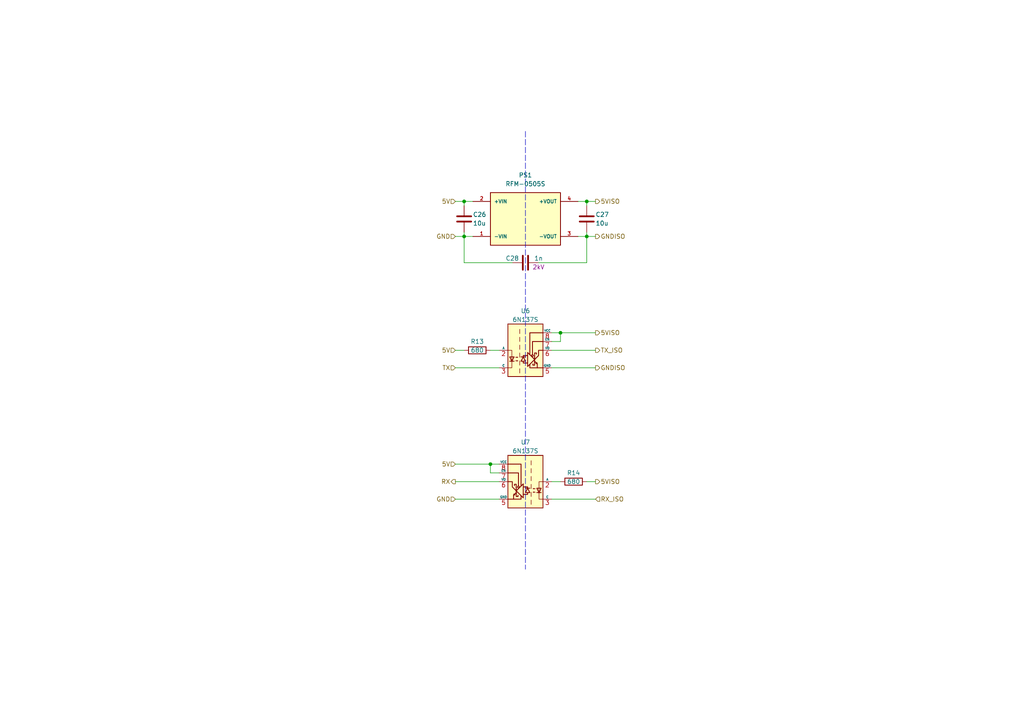
<source format=kicad_sch>
(kicad_sch (version 20211123) (generator eeschema)
  (paper "A4")
  (title_block (title "[canbrd] CAN/RS485 IO board") (date "2022-05-22") (rev "2.1"))
  (lib_symbols
    (symbol "Device:C" (pin_numbers hide) (pin_names (offset 0.254))
      (property "Reference" "C" (at 0.635 2.54 0))
      (property "Value" "C" (at 0.635 -2.54 0))
      (symbol "C_0_1"
        (polyline (pts (xy -2.032 -0.762) (xy 2.032 -0.762)) (stroke (width 0.508)))
        (polyline (pts (xy -2.032 0.762) (xy 2.032 0.762)) (stroke (width 0.508)))
      )
      (symbol "C_1_1"
        (pin passive line (at 0 3.81 270) (length 2.794) (name "~") (number "1"))
        (pin passive line (at 0 -3.81 90) (length 2.794) (name "~") (number "2"))
      )
    )
    (symbol "Device:R" (pin_numbers hide) (pin_names (offset 0))
      (property "Reference" "R" (at 2.032 0 90))
      (property "Value" "R" (at 0 0 90))
      (symbol "R_0_1"
        (rectangle (start -1.016 -2.54) (end 1.016 2.54) (stroke (width 0.254)))
      )
      (symbol "R_1_1"
        (pin passive line (at 0 3.81 270) (length 1.27) (name "~") (number "1"))
        (pin passive line (at 0 -3.81 90) (length 1.27) (name "~") (number "2"))
      )
    )
    (symbol "Isolator:6N137" (pin_names (offset 0))
      (property "Reference" "U" (at -4.064 8.89 0))
      (property "Value" "6N137" (at 0 -8.89 0))
      (symbol "6N137_0_1"
        (polyline (pts (xy 2.667 -3.556) (xy 2.667 -1.651)) (stroke (width 0.254)))
        (polyline (pts (xy 2.667 -2.159) (xy 2.667 -2.921)) (stroke (width 0.254)))
        (polyline (pts (xy 3.429 -3.937) (xy 3.429 -5.08)) (stroke (width 0.254)))
        (polyline (pts (xy -0.635 -3.302) (xy -0.635 -3.683) (xy 0.635 -3.683)) (stroke (width 0.254)))
        (polyline (pts (xy -0.635 -1.905) (xy -0.635 -1.524) (xy 0.508 -1.524)) (stroke (width 0.254)))
        (polyline (pts (xy 1.27 -4.064) (xy 1.27 -5.08) (xy 5.08 -5.08)) (stroke (width 0.254)))
        (polyline (pts (xy 1.27 -1.27) (xy 1.27 5.08) (xy 5.08 5.08)) (stroke (width 0.254)))
        (polyline (pts (xy 2.032 -1.27) (xy 2.032 2.54) (xy 5.08 2.54)) (stroke (width 0.254)))
        (polyline (pts (xy -5.08 -5.08) (xy -3.937 -5.08) (xy -3.937 0) (xy -5.08 0)))
        (polyline (pts (xy 2.667 -3.302) (xy 2.667 -4.318) (xy 2.159 -4.318) (xy 2.159 -3.937)) (stroke (width 0.254)))
        (polyline (pts (xy 2.667 -2.667) (xy 0.635 -4.699) (xy 0.635 -0.635) (xy 2.667 -2.667)) (stroke (width 0.254)))
        (polyline (pts (xy 2.667 -1.778) (xy 2.667 -0.762) (xy 3.175 -0.762) (xy 3.175 -1.143)) (stroke (width 0.254)))
        (polyline (pts (xy 2.794 -2.54) (xy 3.81 -1.524) (xy 3.81 0) (xy 5.08 0)) (stroke (width 0.254)))
        (polyline (pts (xy 2.667 -3.175) (xy 3.429 -3.937) (xy 3.302 -3.556) (xy 3.048 -3.81) (xy 3.429 -3.937)) (stroke (width 0.254)))
        (circle (center 2.032 -1.524) (radius 0.254) (stroke (width 0.254)))
      )
      (symbol "6N137_1_1"
        (rectangle (start -5.08 7.62) (end 5.08 -7.62) (stroke (width 0.254)) (fill (type background)))
        (polyline (pts (xy -4.572 -3.175) (xy -3.302 -3.175)) (stroke (width 0.254)))
        (polyline (pts (xy -1.651 -5.334) (xy -1.651 -6.604)))
        (polyline (pts (xy -1.651 -3.048) (xy -1.651 -4.318)))
        (polyline (pts (xy -1.651 -0.762) (xy -1.651 -2.032)))
        (polyline (pts (xy -1.651 1.524) (xy -1.651 0.254)))
        (polyline (pts (xy -1.651 3.81) (xy -1.651 2.54)))
        (polyline (pts (xy -1.651 6.096) (xy -1.651 4.826)))
        (polyline (pts (xy -1.27 -1.905) (xy 0 -1.905)) (stroke (width 0.254)))
        (polyline (pts (xy -3.937 -3.175) (xy -4.572 -1.905) (xy -3.302 -1.905) (xy -3.937 -3.175)) (stroke (width 0.254)))
        (polyline (pts (xy -0.635 -1.905) (xy -1.27 -3.175) (xy 0 -3.175) (xy -0.635 -1.905)) (stroke (width 0.254)))
        (polyline (pts (xy -2.921 -3.048) (xy -2.159 -3.048) (xy -2.54 -3.175) (xy -2.54 -2.921) (xy -2.159 -3.048)) (stroke (width 0.127)))
        (polyline (pts (xy -2.921 -2.032) (xy -2.159 -2.032) (xy -2.54 -2.159) (xy -2.54 -1.905) (xy -2.159 -2.032)) (stroke (width 0.127)))
        (pin no_connect line (at -5.08 5.08 0) (length 2.54) hide (name "NC") (number "1"))
        (pin passive line (at -7.62 0 0) (length 2.54) (name "A") (number "2"))
        (pin passive line (at -7.62 -5.08 0) (length 2.54) (name "C") (number "3"))
        (pin power_in line (at 7.62 -5.08 180) (length 2.54) (name "GND") (number "5"))
        (pin open_collector line (at 7.62 0 180) (length 2.54) (name "VO") (number "6"))
        (pin input line (at 7.62 2.54 180) (length 2.54) (name "EN") (number "7"))
        (pin power_in line (at 7.62 5.08 180) (length 2.54) (name "VCC") (number "8"))
      )
    )
    (symbol "RFM-0505S:RFM-0505S" (pin_names (offset 1.016))
      (property "Reference" "PS" (at -10.16 8.89 0))
      (property "Value" "RFM-0505S" (at -10.16 -10.16 0))
      (symbol "RFM-0505S_0_0"
        (rectangle (start -10.16 -7.62) (end 10.16 7.62) (stroke (width 0.254)) (fill (type background)))
        (pin input line (at -15.24 -5.08 0) (length 5.08) (name "-VIN") (number "1"))
        (pin input line (at -15.24 5.08 0) (length 5.08) (name "+VIN") (number "2"))
        (pin output line (at 15.24 -5.08 180) (length 5.08) (name "-VOUT") (number "3"))
        (pin output line (at 15.24 5.08 180) (length 5.08) (name "+VOUT") (number "4"))
      )
    )
  )
  (junction (at 162.56 96.52))
  (junction (at 142.24 134.62))
  (junction (at 134.62 58.42))
  (junction (at 170.18 68.58))
  (junction (at 170.18 58.42))
  (junction (at 134.62 68.58))
  (wire (pts (xy 132.08 134.62) (xy 142.24 134.62)))
  (wire (pts (xy 142.24 137.16) (xy 142.24 134.62)))
  (wire (pts (xy 132.08 58.42) (xy 134.62 58.42)))
  (wire (pts (xy 156.21 76.2) (xy 170.18 76.2)))
  (polyline (pts (xy 152.4 38.1) (xy 152.4 165.1)))
  (wire (pts (xy 134.62 67.31) (xy 134.62 68.58)))
  (wire (pts (xy 134.62 58.42) (xy 134.62 59.69)))
  (wire (pts (xy 162.56 96.52) (xy 172.72 96.52)))
  (wire (pts (xy 160.02 139.7) (xy 162.56 139.7)))
  (wire (pts (xy 142.24 101.6) (xy 144.78 101.6)))
  (wire (pts (xy 170.18 67.31) (xy 170.18 68.58)))
  (wire (pts (xy 170.18 68.58) (xy 172.72 68.58)))
  (wire (pts (xy 170.18 58.42) (xy 172.72 58.42)))
  (wire (pts (xy 148.59 76.2) (xy 134.62 76.2)))
  (wire (pts (xy 132.08 106.68) (xy 144.78 106.68)))
  (wire (pts (xy 160.02 96.52) (xy 162.56 96.52)))
  (wire (pts (xy 142.24 134.62) (xy 144.78 134.62)))
  (wire (pts (xy 160.02 106.68) (xy 172.72 106.68)))
  (wire (pts (xy 170.18 68.58) (xy 167.64 68.58)))
  (wire (pts (xy 170.18 76.2) (xy 170.18 68.58)))
  (wire (pts (xy 134.62 58.42) (xy 137.16 58.42)))
  (wire (pts (xy 170.18 58.42) (xy 170.18 59.69)))
  (wire (pts (xy 170.18 58.42) (xy 167.64 58.42)))
  (wire (pts (xy 144.78 137.16) (xy 142.24 137.16)))
  (wire (pts (xy 132.08 139.7) (xy 144.78 139.7)))
  (wire (pts (xy 160.02 101.6) (xy 172.72 101.6)))
  (wire (pts (xy 134.62 76.2) (xy 134.62 68.58)))
  (wire (pts (xy 170.18 139.7) (xy 172.72 139.7)))
  (wire (pts (xy 132.08 68.58) (xy 134.62 68.58)))
  (wire (pts (xy 134.62 68.58) (xy 137.16 68.58)))
  (wire (pts (xy 160.02 144.78) (xy 172.72 144.78)))
  (wire (pts (xy 132.08 101.6) (xy 134.62 101.6)))
  (wire (pts (xy 160.02 99.06) (xy 162.56 99.06)))
  (wire (pts (xy 132.08 144.78) (xy 144.78 144.78)))
  (wire (pts (xy 162.56 96.52) (xy 162.56 99.06)))
  (hierarchical_label "5V" (shape input) (at 132.08 58.42 180))
  (hierarchical_label "GND" (shape input) (at 132.08 68.58 180))
  (hierarchical_label "5V" (shape input) (at 132.08 134.62 180))
  (hierarchical_label "TX" (shape input) (at 132.08 106.68 180))
  (hierarchical_label "TX_ISO" (shape output) (at 172.72 101.6 0))
  (hierarchical_label "5VISO" (shape output) (at 172.72 58.42 0))
  (hierarchical_label "5V" (shape input) (at 132.08 101.6 180))
  (hierarchical_label "GND" (shape input) (at 132.08 144.78 180))
  (hierarchical_label "5VISO" (shape output) (at 172.72 96.52 0))
  (hierarchical_label "GNDISO" (shape output) (at 172.72 68.58 0))
  (hierarchical_label "RX" (shape output) (at 132.08 139.7 180))
  (hierarchical_label "GNDISO" (shape output) (at 172.72 106.68 0))
  (hierarchical_label "5VISO" (shape output) (at 172.72 139.7 0))
  (hierarchical_label "RX_ISO" (shape input) (at 172.72 144.78 0))
  (symbol (lib_id "Isolator:6N137") (at 152.4 101.6 0) (unit 1)
    (property "Reference" "U6" (at 152.4 90.17 0))
    (property "Value" "6N137S" (at 152.4 92.71 0))
    (property "Footprint" "Package_DIP:SMDIP-8_W9.53mm" (effects hide))
    (property "Datasheet" "https://docs.broadcom.com/docs/AV02-0940EN" (effects hide))
  )
  (symbol (lib_id "Isolator:6N137") (at 152.4 139.7 0) (mirror y) (unit 1)
    (property "Reference" "U7" (at 152.4 128.27 0))
    (property "Value" "6N137S" (at 152.4 130.81 0))
    (property "Footprint" "Package_DIP:SMDIP-8_W9.53mm" (effects hide))
    (property "Datasheet" "https://docs.broadcom.com/docs/AV02-0940EN" (effects hide))
  )
  (symbol (lib_id "Device:C") (at 170.18 63.5 0) (unit 1)
    (property "Reference" "C27" (at 172.72 62.23 0) (effects (justify left)))
    (property "Value" "10u" (at 172.72 64.77 0) (effects (justify left)))
    (property "Footprint" "Capacitor_SMD:C_0805_2012Metric" (effects hide))
  )
  (symbol (lib_id "Device:R") (at 138.43 101.6 90) (unit 1)
    (property "Reference" "R13" (at 138.43 99.06 90))
    (property "Value" "680" (at 138.43 101.6 90))
    (property "Footprint" "Resistor_SMD:R_0603_1608Metric" (effects hide))
  )
  (symbol (lib_id "RFM-0505S:RFM-0505S") (at 152.4 63.5 0) (unit 1)
    (property "Reference" "PS1" (at 152.4 50.8 0))
    (property "Value" "RFM-0505S" (at 152.4 53.34 0))
    (property "Footprint" "RFM-0505S:CONV_RFM-0505S" (effects hide))
  )
  (symbol (lib_id "Device:C") (at 152.4 76.2 90) (unit 1)
    (property "Reference" "C28" (at 148.59 74.93 90))
    (property "Value" "1n" (at 156.21 74.93 90))
    (property "Footprint" "Capacitor_SMD:C_1206_3216Metric_Pad1.33x1.80mm_HandSolder" (effects hide))
    (property "Voltage" "2kV" (at 156.21 77.47 90))
  )
  (symbol (lib_id "Device:R") (at 166.37 139.7 90) (unit 1)
    (property "Reference" "R14" (at 166.37 137.16 90))
    (property "Value" "680" (at 166.37 139.7 90))
    (property "Footprint" "Resistor_SMD:R_0603_1608Metric" (effects hide))
  )
  (symbol (lib_id "Device:C") (at 134.62 63.5 0) (unit 1)
    (property "Reference" "C26" (at 137.16 62.23 0) (effects (justify left)))
    (property "Value" "10u" (at 137.16 64.77 0) (effects (justify left)))
    (property "Footprint" "Capacitor_SMD:C_0805_2012Metric" (effects hide))
  )
)
</source>
